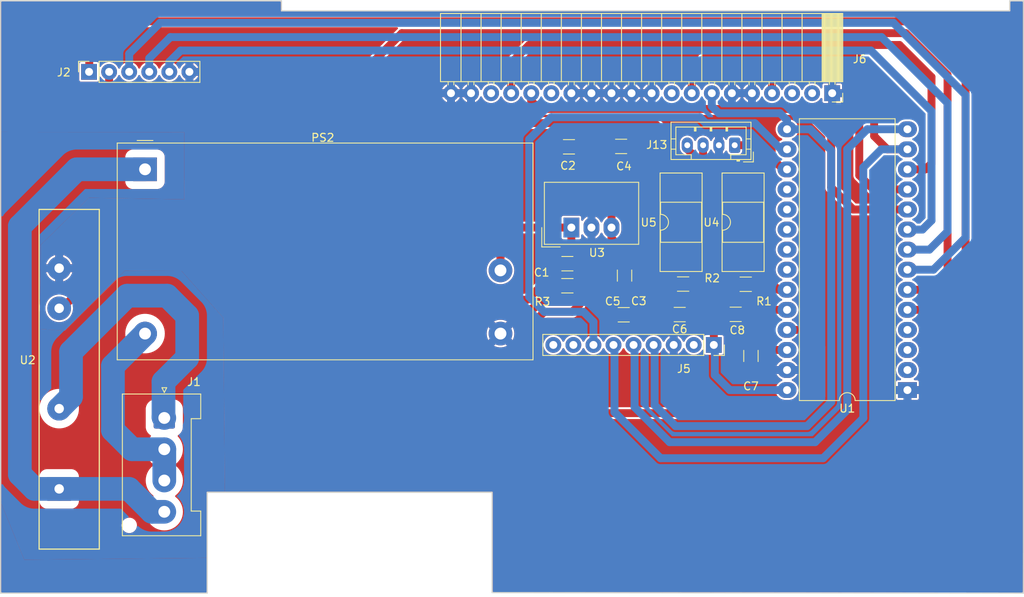
<source format=kicad_pcb>
(kicad_pcb (version 20221018) (generator pcbnew)

  (general
    (thickness 1.6)
  )

  (paper "A4")
  (layers
    (0 "F.Cu" signal)
    (31 "B.Cu" signal)
    (32 "B.Adhes" user "B.Adhesive")
    (33 "F.Adhes" user "F.Adhesive")
    (34 "B.Paste" user)
    (35 "F.Paste" user)
    (36 "B.SilkS" user "B.Silkscreen")
    (37 "F.SilkS" user "F.Silkscreen")
    (38 "B.Mask" user)
    (39 "F.Mask" user)
    (40 "Dwgs.User" user "User.Drawings")
    (41 "Cmts.User" user "User.Comments")
    (42 "Eco1.User" user "User.Eco1")
    (43 "Eco2.User" user "User.Eco2")
    (44 "Edge.Cuts" user)
    (45 "Margin" user)
    (46 "B.CrtYd" user "B.Courtyard")
    (47 "F.CrtYd" user "F.Courtyard")
    (48 "B.Fab" user)
    (49 "F.Fab" user)
  )

  (setup
    (stackup
      (layer "F.SilkS" (type "Top Silk Screen"))
      (layer "F.Paste" (type "Top Solder Paste"))
      (layer "F.Mask" (type "Top Solder Mask") (thickness 0.01))
      (layer "F.Cu" (type "copper") (thickness 0.035))
      (layer "dielectric 1" (type "core") (thickness 1.51) (material "FR4") (epsilon_r 4.5) (loss_tangent 0.02))
      (layer "B.Cu" (type "copper") (thickness 0.035))
      (layer "B.Mask" (type "Bottom Solder Mask") (thickness 0.01))
      (layer "B.Paste" (type "Bottom Solder Paste"))
      (layer "B.SilkS" (type "Bottom Silk Screen"))
      (copper_finish "None")
      (dielectric_constraints no)
    )
    (pad_to_mask_clearance 0.2)
    (pcbplotparams
      (layerselection 0x00031f0_ffffffff)
      (plot_on_all_layers_selection 0x0001000_00000000)
      (disableapertmacros false)
      (usegerberextensions false)
      (usegerberattributes true)
      (usegerberadvancedattributes true)
      (creategerberjobfile true)
      (dashed_line_dash_ratio 12.000000)
      (dashed_line_gap_ratio 3.000000)
      (svgprecision 6)
      (plotframeref false)
      (viasonmask false)
      (mode 1)
      (useauxorigin false)
      (hpglpennumber 1)
      (hpglpenspeed 20)
      (hpglpendiameter 3.000000)
      (dxfpolygonmode true)
      (dxfimperialunits true)
      (dxfusepcbnewfont true)
      (psnegative false)
      (psa4output false)
      (plotreference true)
      (plotvalue true)
      (plotinvisibletext false)
      (sketchpadsonfab false)
      (subtractmaskfromsilk false)
      (outputformat 1)
      (mirror false)
      (drillshape 0)
      (scaleselection 1)
      (outputdirectory "")
    )
  )

  (net 0 "")
  (net 1 "GND")
  (net 2 "+5V")
  (net 3 "Net-(J1-Pin_1)")
  (net 4 "Net-(J1-Pin_2)")
  (net 5 "Net-(J1-Pin_4)")
  (net 6 "Net-(J2-Pin_1)")
  (net 7 "Net-(J2-Pin_2)")
  (net 8 "Net-(J2-Pin_3)")
  (net 9 "Net-(J2-Pin_4)")
  (net 10 "Net-(J2-Pin_5)")
  (net 11 "unconnected-(J5-Pin_2-Pad2)")
  (net 12 "Net-(J5-Pin_4)")
  (net 13 "Net-(J5-Pin_5)")
  (net 14 "Net-(J5-Pin_6)")
  (net 15 "Net-(J5-Pin_7)")
  (net 16 "unconnected-(J5-Pin_8-Pad8)")
  (net 17 "unconnected-(J5-Pin_9-Pad9)")
  (net 18 "unconnected-(J6-Pin_2-Pad2)")
  (net 19 "unconnected-(J6-Pin_3-Pad3)")
  (net 20 "Net-(J6-Pin_4)")
  (net 21 "unconnected-(J6-Pin_9-Pad9)")
  (net 22 "unconnected-(J6-Pin_15-Pad15)")
  (net 23 "Net-(J6-Pin_16)")
  (net 24 "Net-(J6-Pin_17)")
  (net 25 "unconnected-(J6-Pin_18-Pad18)")
  (net 26 "unconnected-(U1-0_RX1_CRX2_CS1-Pad2)")
  (net 27 "unconnected-(U1-1_TX1_CTX2_MISO1-Pad3)")
  (net 28 "unconnected-(U1-2_OUT2-Pad4)")
  (net 29 "unconnected-(U1-16_A2_RX4_SCL1-Pad18)")
  (net 30 "unconnected-(U1-17_A3_TX4_SDA1-Pad19)")
  (net 31 "unconnected-(U1-18_A4_SDA0-Pad20)")
  (net 32 "unconnected-(U1-19_A5_SCL0-Pad21)")
  (net 33 "unconnected-(U1-20_A6_TX5_LRCLK1-Pad22)")
  (net 34 "Net-(U1-21_A7_RX5_BCLK1)")
  (net 35 "Net-(U1-3V3)")
  (net 36 "Net-(PS2-+Vo)")
  (net 37 "Net-(J13-Pin_1)")
  (net 38 "Net-(J13-Pin_3)")
  (net 39 "Net-(J13-Pin_4)")
  (net 40 "Net-(R1-Pad1)")
  (net 41 "Net-(R2-Pad1)")
  (net 42 "Net-(U1-23_A9_CRX1_MCLK1)")
  (net 43 "Net-(U1-22_A8_CTX1)")
  (net 44 "Net-(R3-Pad1)")

  (footprint "Capacitor_SMD:C_1206_3216Metric_Pad1.33x1.80mm_HandSolder" (layer "F.Cu") (at 78.8924 39.751))

  (footprint "Converter_ACDC:Converter_ACDC_MeanWell_IRM-20-xx_THT" (layer "F.Cu") (at 18.288 21.336))

  (footprint "Converter_DCDC:Converter_DCDC_TRACO_TSR-1_THT" (layer "F.Cu") (at 72.263 28.713))

  (footprint "Capacitor_SMD:C_1206_3216Metric_Pad1.33x1.80mm_HandSolder" (layer "F.Cu") (at 78.994 34.798 -90))

  (footprint "Package_SIP:SIP4_Sharp-SSR_P7.62mm_Straight" (layer "F.Cu") (at 7.4168 61.7982 90))

  (footprint "Package_DIP:DIP-4_W8.89mm_SMDSocket_LongPads" (layer "F.Cu") (at 86.1568 28.0416 90))

  (footprint "Package_DIP:DIP-28_W15.24mm_LongPads" (layer "F.Cu") (at 114.808 49.287 180))

  (footprint "Resistor_SMD:R_1206_3216Metric_Pad1.30x1.75mm_HandSolder" (layer "F.Cu") (at 71.755 36.079))

  (footprint "Capacitor_SMD:C_1206_3216Metric_Pad1.33x1.80mm_HandSolder" (layer "F.Cu") (at 78.5622 18.4404 180))

  (footprint "Connector_PinSocket_2.54mm:PinSocket_1x06_P2.54mm_Vertical" (layer "F.Cu") (at 11.2 9 90))

  (footprint "Capacitor_SMD:C_1206_3216Metric_Pad1.33x1.80mm_HandSolder" (layer "F.Cu") (at 94.996 44.969 -90))

  (footprint "Connector_PinSocket_2.54mm:PinSocket_1x20_P2.54mm_Horizontal" (layer "F.Cu") (at 105.283 11.7 -90))

  (footprint "Package_DIP:DIP-4_W8.89mm_SMDSocket_LongPads" (layer "F.Cu") (at 94.0054 28.0416 90))

  (footprint "Capacitor_SMD:C_1206_3216Metric_Pad1.33x1.80mm_HandSolder" (layer "F.Cu") (at 93.0656 39.7002 180))

  (footprint "Capacitor_SMD:C_1206_3216Metric_Pad1.33x1.80mm_HandSolder" (layer "F.Cu") (at 71.755 33.285 180))

  (footprint "Connector_JST:JST_VH_B4P-VH-FB-B_1x04_P3.96mm_Vertical" (layer "F.Cu") (at 20.7264 52.819 -90))

  (footprint "Capacitor_SMD:C_1206_3216Metric_Pad1.33x1.80mm_HandSolder" (layer "F.Cu") (at 85.979 39.7256 180))

  (footprint "Resistor_SMD:R_1206_3216Metric_Pad1.30x1.75mm_HandSolder" (layer "F.Cu") (at 86.4108 35.8648))

  (footprint "Capacitor_SMD:C_1206_3216Metric_Pad1.33x1.80mm_HandSolder" (layer "F.Cu") (at 71.9582 18.4912 180))

  (footprint "Connector_JST:JST_PH_B4B-PH-K_1x04_P2.00mm_Vertical" (layer "F.Cu") (at 92.9386 18.288 180))

  (footprint "Resistor_SMD:R_1206_3216Metric_Pad1.30x1.75mm_HandSolder" (layer "F.Cu") (at 94.3356 35.8902))

  (footprint "Connector_PinSocket_2.54mm:PinSocket_1x09_P2.54mm_Vertical" (layer "F.Cu") (at 90.297 43.572 -90))

  (gr_rect (start 68.037 41.54) (end 92.237 63.24)
    (stroke (width 0.1) (type default)) (fill none) (layer "Dwgs.User") (tstamp 0661b3e2-6003-4580-8e0f-3318ffd15f46))
  (gr_rect (start 26.196 48.022) (end 62.196 75.422)
    (stroke (width 0.1) (type solid)) (fill none) (layer "Dwgs.User") (tstamp 251d66d9-5e7f-4bf9-bede-a6492c7c4c72))
  (gr_rect (start 37.927 -0.047) (end 127.127 4.953)
    (stroke (width 0.1) (type default)) (fill none) (layer "Dwgs.User") (tstamp e3fe2ac3-22f6-4b7d-afd9-133b2d8aff6a))
  (gr_poly
    (pts
      (xy 0 0)
      (xy 35.56 0)
      (xy 35.56 1.27)
      (xy 127.762 1.27)
      (xy 127.762 0)
      (xy 129.5 0)
      (xy 129.5 75)
      (xy 62.23 74.93)
      (xy 62.23 62.23)
      (xy 26.162 62.23)
      (xy 26.162 75)
      (xy 0 75)
    )

    (stroke (width 0.15) (type solid)) (fill none) (layer "Edge.Cuts") (tstamp b3cd5686-e636-4aa4-8d81-91db20d933af))

  (segment (start 86.8172 37.7444) (end 83.3882 37.7444) (width 1) (layer "F.Cu") (net 2) (tstamp 033212fe-cdb9-4ddf-b496-3eac9c2c383c))
  (segment (start 74.4728 21.7424) (end 73.5207 20.7903) (width 1) (layer "F.Cu") (net 2) (tstamp 20eef3b9-f3fd-4d1b-899b-aaaf359e5ec0))
  (segment (start 87.5415 39.7256) (end 88.4682 39.7256) (width 1) (layer "F.Cu") (net 2) (tstamp 21fb4e00-cb99-4ad1-a50a-90b2b5c17d9d))
  (segment (start 81.6733 33.2355) (end 78.994 33.2355) (width 1) (layer "F.Cu") (net 2) (tstamp 4623b5df-c4af-4fc4-86ea-c9f777866380))
  (segment (start 80.1247 20.7895) (end 79.1718 21.7424) (width 1) (layer "F.Cu") (net 2) (tstamp 575c349b-e833-4dd8-95c4-8585b2dbfaad))
  (segment (start 77.343 28.713) (end 77.343 21.7424) (width 1) (layer "F.Cu") (net 2) (tstamp 5e3d55dd-4472-489f-9eb5-2a25cf38fce0))
  (segment (start 87.5415 38.4687) (end 86.8172 37.7444) (width 1) (layer "F.Cu") (net 2) (tstamp 5e6204c7-18f2-4f24-920f-8930d91965cc))
  (segment (start 87.5415 39.7256) (end 87.5415 38.4687) (width 1) (layer "F.Cu") (net 2) (tstamp 68d54a84-987b-42e9-b33a-5fc3252b41b0))
  (segment (start 90.297 41.5544) (end 90.297 43.572) (width 1) (layer "F.Cu") (net 2) (tstamp 7b2b5b98-7935-408d-bc73-7543c2098a95))
  (segment (start 78.994 31.7246) (end 78.994 33.2355) (width 1) (layer "F.Cu") (net 2) (tstamp 86c4b5b0-c250-46fa-be47-c34f281f1aca))
  (segment (start 77.343 30.0736) (end 78.994 31.7246) (width 1) (layer "F.Cu") (net 2) (tstamp 8755d8a2-819f-4bb5-82bf-30915f75d580))
  (segment (start 80.1247 18.4404) (end 80.1247 20.7895) (width 1) (layer "F.Cu") (net 2) (tstamp 91c7113b-96f6-4e40-a7c7-ba6b6842d128))
  (segment (start 88.4682 39.7256) (end 90.297 41.5544) (width 1) (layer "F.Cu") (net 2) (tstamp 92e8d027-3aa2-401b-be04-e90a5383c48b))
  (segment (start 82.3468 33.909) (end 81.6733 33.2355) (width 1) (layer "F.Cu") (net 2) (tstamp ab7b76b5-7767-4b68-b03c-4235608ed5e8))
  (segment (start 73.5207 20.7903) (end 73.5207 18.4912) (width 1) (layer "F.Cu") (net 2) (tstamp d006d82b-84a9-4895-a27b-90d196469c62))
  (segment (start 79.1718 21.7424) (end 77.343 21.7424) (width 1) (layer "F.Cu") (net 2) (tstamp d23ac131-e7dc-47ce-b3b5-8a0558871d2e))
  (segment (start 77.343 28.713) (end 77.343 30.0736) (width 1) (layer "F.Cu") (net 2) (tstamp dfd934f4-4b7a-467f-9e0e-41345a332ca5))
  (segment (start 77.343 21.7424) (end 74.4728 21.7424) (width 1) (layer "F.Cu") (net 2) (tstamp e391e34a-48ec-446b-a551-1727bf3d6457))
  (segment (start 83.3882 37.7444) (end 82.3468 36.703) (width 1) (layer "F.Cu") (net 2) (tstamp f4d573d0-477b-45e9-82be-a4b6897a8423))
  (segment (start 82.3468 36.703) (end 82.3468 33.909) (width 1) (layer "F.Cu") (net 2) (tstamp fb6f4e63-5fa5-4096-b7aa-f773d9d2b075))
  (segment (start 90.424 43.699) (end 90.424 47.382) (width 1) (layer "B.Cu") (net 2) (tstamp 4fab1a30-6d79-4663-adab-f5de7852eb97))
  (segment (start 90.424 47.382) (end 92.329 49.287) (width 1) (layer "B.Cu") (net 2) (tstamp 5aa00af3-ab38-41e1-bda7-6a3423aa8692))
  (segment (start 92.329 49.287) (end 99.568 49.287) (width 1) (layer "B.Cu") (net 2) (tstamp 968df4db-1eba-4355-999c-8c4a4de19b21))
  (segment (start 90.297 43.572) (end 90.424 43.699) (width 1) (layer "B.Cu") (net 2) (tstamp c6aaa81b-a881-4d3a-a109-d71c59fa45f5))
  (segment (start 8.9154 50.1396) (end 8.9154 44.45) (width 3) (layer "B.Cu") (net 3) (tstamp 2fda7d71-d782-46bf-ba7b-a3e32062dd94))
  (segment (start 21.082 37.338) (end 23.622 39.878) (width 3) (layer "B.Cu") (net 3) (tstamp 434a0bd5-cbfd-45b4-9855-21006dcfe9da))
  (segment (start 7.4168 51.6382) (end 8.9154 50.1396) (width 3) (layer "B.Cu") (net 3) (tstamp 56315125-46e9-42ce-a94c-07839ff3a2df))
  (segment (start 23.622 39.878) (end 23.622 45.223) (width 3) (layer "B.Cu") (net 3) (tstamp 622b9925-9918-47cd-917a-e9c13cd1675e))
  (segment (start 8.9154 44.45) (end 16.0274 37.338) (width 3) (layer "B.Cu") (net 3) (tstamp 652cc91b-a0e9-4725-8539-5a1af13ad171))
  (segment (start 23.622 45.223) (end 20.6248 48.2202) (width 3) (layer "B.Cu") (net 3) (tstamp bc6ceec8-2b75-4fec-9d8e-4e67a6fc1e1a))
  (segment (start 20.6248 48.2202) (end 20.6248 52.7174) (width 3) (layer "B.Cu") (net 3) (tstamp cefa6a2d-677c-408d-927f-d6943d6b4ebb))
  (segment (start 20.6248 52.7174) (end 20.7264 52.819) (width 3) (layer "B.Cu") (net 3) (tstamp e217c09b-7fe7-400a-b452-bed1fe6a1162))
  (segment (start 16.0274 37.338) (end 21.082 37.338) (width 3) (layer "B.Cu") (net 3) (tstamp f979fa3f-a7d0-48f1-a4f1-f25519b688a8))
  (segment (start 14.224 46.228) (end 18.288 42.164) (width 3) (layer "B.Cu") (net 4) (tstamp 079e30bf-c174-4b90-ab12-a22c9a890225))
  (segment (start 20.7264 56.779) (end 16.636 56.779) (width 3) (layer "B.Cu") (net 4) (tstamp 1c73d3da-77bf-4bb3-8d1b-2fbe7aec5c5e))
  (segment (start 20.7264 56.779) (end 20.7264 60.739) (width 3) (layer "B.Cu") (net 4) (tstamp 3a780e37-0580-4e1e-a481-0ab8f484c215))
  (segment (start 16.636 56.779) (end 14.224 54.367) (width 3) (layer "B.Cu") (net 4) (tstamp 4abae15d-a88a-473c-a6c0-2db9e4b8d794))
  (segment (start 14.224 54.367) (end 14.224 46.228) (width 3) (layer "B.Cu") (net 4) (tstamp 7c415b0a-8dde-4df4-92a8-6dea33db1cc7))
  (segment (start 18.288 42.164) (end 18.288 42.136) (width 3) (layer "B.Cu") (net 4) (tstamp bb1be86d-bf6d-4296-a291-53ac3454ec3c))
  (segment (start 18.288 21.336) (end 9.652 21.336) (width 3) (layer "B.Cu") (net 5) (tstamp 26399cef-2b64-4caa-a9c3-e6cc6fd6f6ad))
  (segment (start 2.4384 59.944) (end 4.2926 61.7982) (width 3) (layer "B.Cu") (net 5) (tstamp 47c214b0-09ba-4ef9-ab06-4420247a5fa1))
  (segment (start 20.7264 64.699) (end 19.1568 64.699) (width 3) (layer "B.Cu") (net 5) (tstamp 6208daab-7499-47d7-87d9-093361bdf3ce))
  (segment (start 2.4384 28.5496) (end 2.4384 59.944) (width 3) (layer "B.Cu") (net 5) (tstamp 8a373bd5-0cfb-489f-ac75-032cc24e7f6b))
  (segment (start 9.652 21.336) (end 2.4384 28.5496) (width 3) (layer "B.Cu") (net 5) (tstamp 8ced0fb1-dad4-487c-a957-f9d0e0b05d97))
  (segment (start 4.2926 61.7982) (end 7.4168 61.7982) (width 3) (layer "B.Cu") (net 5) (tstamp 9371f00a-51a9-4f5d-94f3-acaedd856881))
  (segment (start 19.1568 64.699) (end 16.256 61.7982) (width 3) (layer "B.Cu") (net 5) (tstamp ce5a97d2-22e7-459b-a4c9-68b3944aaaf2))
  (segment (start 16.256 61.7982) (end 7.4168 61.7982) (width 3) (layer "B.Cu") (net 5) (tstamp db98d76a-4f8d-41ba-9c72-16fe5d1081d2))
  (segment (start 14.4688 2.6) (end 11.2268 5.842) (width 1) (layer "F.Cu") (net 6) (tstamp 0c0c1fb2-d277-497c-b2ce-e28a74daddb0))
  (segment (start 119.623 39.127) (end 122.174 36.576) (width 1) (layer "F.Cu") (net 6) (tstamp 23870950-0c96-4696-b87e-320b2c0f9232))
  (segment (start 115.4 2.6) (end 14.4688 2.6) (width 1) (layer "F.Cu") (net 6) (tstamp 56b1b053-8fa6-4251-a883-567a12eb3589))
  (segment (start 122.174 9.374) (end 115.4 2.6) (width 1) (layer "F.Cu") (net 6) (tstamp 7a3d6f3e-389d-4f85-b89e-0fd425dc82d8))
  (segment (start 114.808 39.127) (end 119.623 39.127) (width 1) (layer "F.Cu") (net 6) (tstamp 83620782-e641-490d-995c-fb9307be52a6))
  (segment (start 11.2268 5.842) (end 11.2268 8.9732) (width 1) (layer "F.Cu") (net 6) (tstamp a1834585-b463-40b5-9dfd-71f4fa59d333))
  (segment (start 122.174 36.576) (end 122.174 9.374) (width 1) (layer "F.Cu") (net 6) (tstamp d451064c-980e-41ed-b216-40af9986c84e))
  (segment (start 11.2268 8.9732) (end 11.2 9) (width 1) (layer "F.Cu") (net 6) (tstamp e8747ffe-aacc-4973-b898-4b1cce5c2596))
  (segment (start 114.6 4.1) (end 50.8 4.1) (width 1) (layer "F.Cu") (net 7) (tstamp 02c88984-5857-4dca-a5aa-25d4f14d10b6))
  (segment (start 15.3 13.1) (end 13.74 11.54) (width 1) (layer "F.Cu") (net 7) (tstamp 337183c6-b3a1-4c8c-b28d-59575c9797c4))
  (segment (start 13.74 11.54) (end 13.74 9) (width 1) (layer "F.Cu") (net 7) (tstamp 6e87f8b9-10ba-48b1-96d5-b8786e5c6d0c))
  (segment (start 118.353 36.587) (end 119.888 35.052) (width 1) (layer "F.Cu") (net 7) (tstamp 8c006a88-962f-467d-a52c-14adaead0544))
  (segment (start 119.888 35.052) (end 119.888 9.388) (width 1) (layer "F.Cu") (net 7) (tstamp 8dd731f0-79da-45a2-9c94-deab7f8797c0))
  (segment (start 41.8 13.1) (end 15.3 13.1) (width 1) (layer "F.Cu") (net 7) (tstamp a6f13649-bd19-4d7f-bbad-f713abeb807e))
  (segment (start 119.888 9.388) (end 114.6 4.1) (width 1) (layer "F.Cu") (net 7) (tstamp badcc014-8650-4420-83d7-8f59c2ef5a30))
  (segment (start 114.808 36.587) (end 118.353 36.587) (width 1) (layer "F.Cu") (net 7) (tstamp c3746f98-7762-4a5a-a189-a9b3f8d6044b))
  (segment (start 50.8 4.1) (end 41.8 13.1) (width 1) (layer "F.Cu") (net 7) (tstamp cbc5f990-b168-4d2d-b0a7-b9ec1dadb0ac))
  (segment (start 122.174 11.938) (end 113.036 2.8) (width 1) (layer "B.Cu") (net 8) (tstamp 41e0ea33-526e-46b3-aa15-fd7dfb369390))
  (segment (start 118.099 34.047) (end 122.174 29.972) (width 1) (layer "B.Cu") (net 8) (tstamp 61ba719b-1eeb-4949-aed9-e6d9eb652820))
  (segment (start 16.28 6.707) (end 16.28 9) (width 1) (layer "B.Cu") (net 8) (tstamp 8debf3f2-9e4a-4d94-8066-09c089ec37b3))
  (segment (start 20.187 2.8) (end 16.28 6.707) (width 1) (layer "B.Cu") (net 8) (tstamp 8df7a952-077a-4d3c-b472-145b60e72315))
  (segment (start 122.174 29.972) (end 122.174 11.938) (width 1) (layer "B.Cu") (net 8) (tstamp a39540e3-ff01-46fb-9aac-2d25d6962dde))
  (segment (start 113.036 2.8) (end 20.187 2.8) (width 1) (layer "B.Cu") (net 8) (tstamp d957e34c-35fc-4dea-b1a4-715eef1e82e2))
  (segment (start 114.808 34.047) (end 118.099 34.047) (width 1) (layer "B.Cu") (net 8) (tstamp eadb3fd2-7a25-4ebc-bced-814814b74e98))
  (segment (start 119.888 12.954) (end 111.534 4.6) (width 1) (layer "B.Cu") (net 9) (tstamp a78df1af-5bd3-4362-921d-cb615b58e3ea))
  (segment (start 117.591 31.507) (end 119.888 29.21) (width 1) (layer "B.Cu") (net 9) (tstamp b340848b-7a20-464a-a9b9-fe91fc3450a5))
  (segment (start 114.808 31.507) (end 117.591 31.507) (width 1) (layer "B.Cu") (net 9) (tstamp c37063a4-7264-4e3b-8deb-fc1e6ccc17b0))
  (segment (start 111.534 4.6) (end 21.5 4.6) (width 1) (layer "B.Cu") (net 9) (tstamp cd80cbfe-f6c4-42e7-844d-89aa827b8688))
  (segment (start 18.82 7.28) (end 18.82 9) (width 1) (layer "B.Cu") (net 9) (tstamp ce72fc43-7836-4f91-aefe-8f3359cb044d))
  (segment (start 21.5 4.6) (end 18.82 7.28) (width 1) (layer "B.Cu") (net 9) (tstamp e4cfb76a-28f2-4a2b-842c-1b8096d24c65))
  (segment (start 119.888 29.21) (end 119.888 12.954) (width 1) (layer "B.Cu") (net 9) (tstamp fecccf26-26c5-46bc-92ed-c717471c4d83))
  (segment (start 114.808 28.967) (end 116.7075 28.967) (width 1) (layer "B.Cu") (net 10) (tstamp 0097bdc4-0f80-4f23-9442-66de9c8d8f5c))
  (segment (start 22.8 6.3) (end 21.36 7.74) (width 1) (layer "B.Cu") (net 10) (tstamp 15d44e1a-76d3-446a-bb6e-e8d2a10d744d))
  (segment (start 116.7075 28.967) (end 117.856 27.8185) (width 1) (layer "B.Cu") (net 10) (tstamp 42b4ced0-a2d1-474f-bbc7-dc1efb3c4b60))
  (segment (start 110.186 6.3) (end 22.8 6.3) (width 1) (layer "B.Cu") (net 10) (tstamp 48411403-94af-4a80-8eaf-993bffe7be8c))
  (segment (start 117.856 13.97) (end 110.186 6.3) (width 1) (layer "B.Cu") (net 10) (tstamp b800607f-5b18-4f38-977b-fb2e63a1eb34))
  (segment (start 21.36 7.74) (end 21.36 9) (width 1) (layer "B.Cu") (net 10) (tstamp d7e45a0c-2f86-4669-87c4-bf1d76ba43a5))
  (segment (start 117.856 27.8185) (end 117.856 13.97) (width 1) (layer "B.Cu") (net 10) (tstamp fc4082d5-0b7e-4a73-a5f4-ab5d9cae1fd4))
  (segment (start 102.108 53.848) (end 105.156 50.8) (width 1) (layer "B.Cu") (net 12) (tstamp 1a5a9941-9ec9-453b-be92-917d9576f5e1))
  (segment (start 85.46 53.848) (end 102.108 53.848) (width 1) (layer "B.Cu") (net 12) (tstamp 1daded9d-10ab-4a21-8a50-b45c2f3d85a1))
  (segment (start 82.677 43.572) (end 82.804 43.699) (width 1) (layer "B.Cu") (net 12) (tstamp 1e9c8450-81d8-4596-b4d5-7511d6a5ec4d))
  (segment (start 82.804 51.192) (end 85.46 53.848) (width 1) (layer "B.Cu") (net 12) (tstamp 2e54b654-d4f6-4ee9-889d-3cb65ba4f10a))
  (segment (start 90.043 13.346) (end 90.932 14.235) (width 1) (layer "B.Cu") (net 12) (tstamp 62a8edb8-9fcf-4703-8f56-ee0ef69a3d15))
  (segment (start 90.932 14.235) (end 98.679 14.235) (width 1) (layer "B.Cu") (net 12) (tstamp 66a6242f-f5b5-44ab-bee3-17f22126512b))
  (segment (start 105.156 50.8) (end 105.156 18.934) (width 1) (layer "B.Cu") (net 12) (tstamp 95757473-c1ed-4868-be73-5117b42091fe))
  (segment (start 99.568 15.124) (end 99.568 16.267) (width 1) (layer "B.Cu") (net 12) (tstamp b283d4fc-4915-4dd2-9710-513fed4713e6))
  (segment (start 82.804 43.699) (end 82.804 51.192) (width 1) (layer "B.Cu") (net 12) (tstamp b5593453-897f-4af4-bac0-42cf76c88816))
  (segment (start 98.679 14.235) (end 99.568 15.124) (width 1) (layer "B.Cu") (net 12) (tstamp ba8e5fc6-0108-4f27-a4db-bbea484f84c2))
  (segment (start 105.156 18.934) (end 102.489 16.267) (width 1) (layer "B.Cu") (net 12) (tstamp d6112b91-9880-44ce-85a3-fc40ad7b25f4))
  (segment (start 90.043 11.7) (end 90.043 13.346) (width 1) (layer "B.Cu") (net 12) (tstamp e3f936a0-4418-4ffc-978d-63de3b76bd3b))
  (segment (start 102.489 16.267) (end 99.568 16.267) (width 1) (layer "B.Cu") (net 12) (tstamp eb606bed-f2e3-4165-be42-8c9fe5a6648d))
  (segment (start 80.264 43.699) (end 80.264 51.446) (width 1) (layer "B.Cu") (net 13) (tstamp 252d68b5-481f-4c1c-9edb-516ead2318d7))
  (segment (start 107.188 51.816) (end 107.188 18.807) (width 1) (layer "B.Cu") (net 13) (tstamp 57f40b41-804a-4865-8f20-845767356a28))
  (segment (start 84.698 55.88) (end 103.124 55.88) (width 1) (layer "B.Cu") (net 13) (tstamp 874c5dc3-5014-4409-8025-4970bbf6df4d))
  (segment (start 80.264 51.446) (end 84.698 55.88) (width 1) (layer "B.Cu") (net 13) (tstamp 89ae7e4d-72a5-4207-bb22-6341f0b6c2a9))
  (segment (start 103.124 55.88) (end 107.188 51.816) (width 1) (layer "B.Cu") (net 13) (tstamp b8fefc45-c275-4b56-a960-15227212ad5e))
  (segment (start 109.728 16.267) (end 114.808 16.267) (width 1) (layer "B.Cu") (net 13) (tstamp bcfa8d73-51f3-47d2-9bc8-20a8b96c5736))
  (segment (start 80.137 43.572) (end 80.264 43.699) (width 1) (layer "B.Cu") (net 13) (tstamp daf40f5d-7d56-4f76-a496-ec50888450f9))
  (segment (start 107.188 18.807) (end 109.728 16.267) (width 1) (layer "B.Cu") (net 13) (tstamp fe6463b2-2dca-40c8-8ba6-091cd3d88643))
  (segment (start 110.597 17.136) (end 112.268 18.807) (width 1) (layer "F.Cu") (net 14) (tstamp 17742140-09b9-481f-99e8-a4d0b9e51079))
  (segment (start 108.55 7.2) (end 110.597 9.247) (width 1) (layer "F.Cu") (net 14) (tstamp 84fbaddb-a62a-4779-9cf1-0879d3d57cda))
  (segment (start 89.2 7.2) (end 108.55 7.2) (width 1) (layer "F.Cu") (net 14) (tstamp c69e7773-988f-45a4-8e39-acab026304b1))
  (segment (start 112.268 18.807) (end 114.808 18.807) (width 1) (layer "F.Cu") (net 14) (tstamp e53b6973-63d1-41c6-b2dd-128c91d4bc87))
  (segment (start 87.503 11.7) (end 87.503 8.897) (width 1) (layer "F.Cu") (net 14) (tstamp f1171556-8cb2-4883-9703-401b0f4a9a98))
  (segment (start 110.597 9.247) (end 110.597 17.136) (width 1) (layer "F.Cu") (net 14) (tstamp f6e7f595-eb6a-4de1-8c73-e4e25cae2cb5))
  (segment (start 87.503 8.897) (end 89.2 7.2) (width 1) (layer "F.Cu") (net 14) (tstamp fdd4b44d-514e-4958-bea9-f2adebc6004e))
  (segment (start 77.724 43.699) (end 77.724 52.081) (width 1) (layer "B.Cu") (net 14) (tstamp 0129fcdb-8b4a-4408-9a84-23cacfca94ef))
  (segment (start 111.506 18.807) (end 114.808 18.807) (width 1) (layer "B.Cu") (net 14) (tstamp 164647d2-504a-4b26-8cc0-3a8ba92c923f))
  (segment (start 109.22 52.832) (end 109.22 21.093) (width 1) (layer "B.Cu") (net 14) (tstamp 1b3fe904-d49e-469c-8758-5cb17c73c1db))
  (segment (start 83.555 57.912) (end 104.14 57.912) (width 1) (layer "B.Cu") (net 14) (tstamp 2bdbd8ae-60df-47ff-bb69-93f84b201e00))
  (segment (start 104.14 57.912) (end 109.22 52.832) (width 1) (layer "B.Cu") (net 14) (tstamp 893a24b4-75ef-4deb-bc2e-5fb32bc807da))
  (segment (start 109.22 21.093) (end 111.506 18.807) (width 1) (layer "B.Cu") (net 14) (tstamp 8a286c03-5ba9-4154-bba9-cca90e70dc38))
  (segment (start 77.597 43.572) (end 77.724 43.699) (width 1) (layer "B.Cu") (net 14) (tstamp a4b17bf5-fd19-411c-9808-c92956790af4))
  (segment (start 77.724 52.081) (end 83.555 57.912) (width 1) (layer "B.Cu") (net 14) (tstamp af3800a8-8572-41d1-80df-32be1f1f6955))
  (segment (start 89.281 15.505) (end 95.504 15.505) (width 1) (layer "B.Cu") (net 15) (tstamp 0ba134bf-1c2d-4485-9d90-868a760992c3))
  (segment (start 73.787 39.381) (end 68.834 39.381) (width 1) (layer "B.Cu") (net 15) (tstamp 1842e4fb-392a-47c5-84b2-2a36383a4d39))
  (segment (start 98.806 18.807) (end 99.568 18.807) (width 1) (layer "B.Cu") (net 15) (tstamp 486704e1-af31-4d81-a8f5-5c2bd8a5a98d))
  (segment (start 75.057 43.572) (end 75.057 40.651) (width 1) (layer "B.Cu") (net 15) (tstamp 61d48d33-5bc2-4ef7-b12c-8de399ab9917))
  (segment (start 69.723 14.743) (end 88.519 14.743) (width 1) (layer "B.Cu") (net 15) (tstamp 6e3495f6-10e6-496c-98b9-c9f2240dada1))
  (segment (start 66.929 17.537) (end 69.723 14.743) (width 1) (layer "B.Cu") (net 15) (tstamp aaae4012-3e6e-44bc-a5ae-11f5fffb58fa))
  (segment (start 68.834 39.381) (end 66.929 37.476) (width 1) (layer "B.Cu") (net 15) (tstamp aac5523b-2fbf-47fe-afd9-0d0af34a0940))
  (segment (start 95.504 15.505) (end 98.806 18.807) (width 1) (layer "B.Cu") (net 15) (tstamp dd843018-1c35-4a39-bbe4-fee644012268))
  (segment (start 66.929 37.476) (end 66.929 17.537) (width 1) (layer "B.Cu") (net 15) (tstamp e97e35ff-3874-4547-9c09-b67c5c2336b8))
  (segment (start 88.519 14.743) (end 89.281 15.505) (width 1) (layer "B.Cu") (net 15) (tstamp f958809a-04ba-480d-ba81-af335ea58ef0))
  (segment (start 75.057 40.651) (end 73.787 39.381) (width 1) (layer "B.Cu") (net 15) (tstamp fcfb3ff2-fd39-41f3-9df3-97ff87343086))
  (segment (start 97.663 9.437) (end 97.663 11.7) (width 1) (layer "F.Cu") (net 20) (tstamp 0564335d-c371-4516-a52c-4f01cc8f320c))
  (segment (start 107.1 8.7) (end 98.4 8.7) (width 1) (layer "F.Cu") (net 20) (tstamp 06ed5c55-787d-43bf-8c12-75847782dd60))
  (segment (start 98.4 8.7) (end 97.663 9.437) (width 1) (layer "F.Cu") (net 20) (tstamp 3bb8862a-4fda-4ea9-a93c-fed1ec7bdf63))
  (segment (start 114.808 23.887) (end 110.501 23.887) (width 1) (layer "F.Cu") (net 20) (tstamp 5a8bfb41-9e8f-49ca-b51b-db1b62da1cf3))
  (segment (start 108.712 10.312) (end 107.1 8.7) (width 1) (layer "F.Cu") (net 20) (tstamp 993a63e6-28dc-4aa2-a1bd-f9f7967387b0))
  (segment (start 108.712 22.098) (end 108.712 10.312) (width 1) (layer "F.Cu") (net 20) (tstamp ef60c719-53a2-409b-9eb4-f3a862d4ef72))
  (segment (start 110.501 23.887) (end 108.712 22.098) (width 1) (layer "F.Cu") (net 20) (tstamp f671332d-241d-43e7-a4e0-9d1ae0d023e0))
  (segment (start 67.183 11.7) (end 67.183 12.683) (width 1) (layer "F.Cu") (net 23) (tstamp 409e5fdf-5ed5-4d01-9902-c19c48dc4b61))
  (segment (start 105.156 16.902) (end 105.156 23.633) (width 1) (layer "F.Cu") (net 23) (tstamp 690c2abd-7fa3-4632-855a-e9d68e2dad45))
  (segment (start 105.156 23.633) (end 107.95 26.427) (width 1) (layer "F.Cu") (net 23) (tstamp 93311ad7-a713-4c13-afec-b474d97bf9fe))
  (segment (start 107.95 26.427) (end 114.808 26.427) (width 1) (layer "F.Cu") (net 23) (tstamp b1a270a7-4f09-4f69-8b5e-4183be995186))
  (segment (start 68.2 13.7) (end 101.954 13.7) (width 1) (layer "F.Cu") (net 23) (tstamp b2eb5e76-fc85-4c41-a688-fe7e3ce82b3e))
  (segment (start 67.183 12.683) (end 68.2 13.7) (width 1) (layer "F.Cu") (net 23) (tstamp de99c74c-7c78-4718-a146-afa2357df81e))
  (segment (start 101.954 13.7) (end 105.156 16.902) (width 1) (layer "F.Cu") (net 23) (tstamp ec458545-ca40-410c-ad44-f2b08f817762))
  (segment (start 64.643 11.7) (end 64.643 7.857) (width 1) (layer "F.Cu") (net 24) (tstamp 0e51dc96-ef5e-4aa8-906b-0bd75ab9fb98))
  (segment (start 66.9 5.6) (end 113.8 5.6) (width 1) (layer "F.Cu") (net 24) (tstamp 31032013-b3db-4bbc-84f9-8432e618eebd))
  (segment (start 64.643 7.857) (end 66.9 5.6) (width 1) (layer "F.Cu") (net 24) (tstamp 6ba5791a-1348-4015-8438-1f641c4d8fa1))
  (segment (start 117.856 20.574) (end 117.083 21.347) (width 1) (layer "F.Cu") (net 24) (tstamp 7e3d82c0-527b-45c7-9bc2-43fd64af587a))
  (segment (start 117.083 21.347) (end 114.808 21.347) (width 1) (layer "F.Cu") (net 24) (tstamp 98d48646-a327-4a59-9622-ccbac5cbbb8b))
  (segment (start 113.8 5.6) (end 117.856 9.656) (width 1) (layer "F.Cu") (net 24) (tstamp 9aa53ac6-5b94-4a79-8a16-c32ce29cfe82))
  (segment (start 117.856 9.656) (end 117.856 20.574) (width 1) (layer "F.Cu") (net 24) (tstamp db56d83a-e36b-411e-a08d-40a2459d2f8b))
  (segment (start 97.7646 35.8902) (end 98.4614 36.587) (width 1) (layer "F.Cu") (net 34) (tstamp 05b40bc1-49fc-4f16-9f8c-c75bc8e94337))
  (segment (start 95.8856 35.8902) (end 97.7646 35.8902) (width 1) (layer "F.Cu") (net 34) (tstamp 0a3c017f-3cbc-443c-88dd-30e281e6b0b2))
  (segment (start 98.4614 36.587) (end 99.568 36.587) (width 1) (layer "F.Cu") (net 34) (tstamp aa406b6e-5601-4d0d-9999-8d83a40712ea))
  (segment (start 94.996 43.4065) (end 94.7674 43.1779) (width 1) (layer "F.Cu") (net 35) (tstamp 2343e016-7b10-4b0b-8eba-04db008f7d93))
  (segment (start 97.155 43.318) (end 98.044 44.207) (width 1) (layer "F.Cu") (net 35) (tstamp 3b5c3cf1-f5d9-4af3-8a0e-6ddca1472638))
  (segment (start 94.7674 43.1779) (end 94.7674 39.8395) (width 1) (layer "F.Cu") (net 35) (tstamp 802f576f-f3ef-4a90-b9bb-e14790750d6b))
  (segment (start 95.0845 43.318) (end 97.155 43.318) (width 1) (layer "F.Cu") (net 35) (tstamp 9d065f61-e206-4e97-9d71-f549e0bb880c))
  (segment (start 94.7674 39.8395) (end 94.6281 39.7002) (width 1) (layer "F.Cu") (net 35) (tstamp d5cc6716-88d3-4e8c-a67a-c630bca1f71e))
  (segment (start 94.996 43.4065) (end 95.0845 43.318) (width 1) (layer "F.Cu") (net 35) (tstamp e1bf87fe-802a-4060-8712-1e3e8e15d65c))
  (segment (start 98.044 44.207) (end 99.568 44.207) (width 1) (layer "F.Cu") (net 35) (tstamp ebcf3dbe-b535-4191-ad49-b5eb57579599))
  (segment (start 66.811 15.485) (end 82.795 15.485) (width 1) (layer "F.Cu") (net 36) (tstamp 09f98d89-588a-456e-b2cc-da04c20a80cc))
  (segment (start 84.201 18.2372) (end 84.8868 18.923) (width 1) (layer "F.Cu") (net 36) (tstamp 0cd0b59b-c067-45be-ad91-7a1dd6a33576))
  (segment (start 84.201 16.891) (end 84.201 18.2372) (width 1) (layer "F.Cu") (net 36) (tstamp 23222f85-bba7-4a30-b128-66e7256eab2d))
  (segment (start 91.3638 27.0256) (end 92.7354 25.654) (width 1) (layer "F.Cu") (net 36) (tstamp 2dc132a8-6129-408d-b55c-9c73c94d0790))
  (segment (start 75.0172 33.285) (end 75.7682 34.036) (width 1) (layer "F.Cu") (net 36) (tstamp 40676a64-5bff-4fa7-8d92-b07f8b362ce9))
  (segment (start 75.7682 34.036) (end 75.7682 39.1668) (width 1) (layer "F.Cu") (net 36) (tstamp 41dda7a5-4cec-4696-be8b-1bdb2129415d))
  (segment (start 63.288 28.713) (end 63.288 34.136) (width 1) (layer "F.Cu") (net 36) (tstamp 53047c42-e26d-4b26-8485-fee3cb1250e5))
  (segment (start 63.288 34.136) (end 63.288 19.008) (width 1) (layer "F.Cu") (net 36) (tstamp 60ff5188-f42e-45ff-8c9e-c447d1a567a1))
  (segment (start 84.8868 25.6794) (end 86.233 27.0256) (width 1) (layer "F.Cu") (net 36) (tstamp 6321c6ad-b10d-42d1-b228-6734f6d0925e))
  (segment (start 86.233 27.0256) (end 91.3638 27.0256) (width 1) (layer "F.Cu") (net 36) (tstamp 644229fa-383b-458b-8f63-a3584ed00e3b))
  (segment (start 73.3175 33.285) (end 75.0172 33.285) (width 1) (layer "F.Cu") (net 36) (tstamp 79d45272-d72c-4878-b207-ea5095319cf7))
  (segment (start 75.7682 39.1668) (end 76.3524 39.751) (width 1) (layer "F.Cu") (net 36) (tstamp 8fbe4c1a-04a5-49f4-a7bd-33dd3d24f63b))
  (segment (start 92.7354 25.654) (end 92.7354 23.5966) (width 1) (layer "F.Cu") (net 36) (tstamp 961fbcca-4ec8-480b-ba17-52ca07e33f1a))
  (segment (start 84.8868 23.5966) (end 84.8868 25.6794) (width 1) (layer "F.Cu") (net 36) (tstamp 9e084af7-2cdb-4049-9b65-2d291909cf20))
  (segment (start 73.3175 31.6725) (end 73.3175 33.285) (width 1) (layer "F.Cu") (net 36) (tstamp a75e973f-4db1-48dc-8571-b9078482e546))
  (segment (start 72.263 30.618) (end 73.3175 31.6725) (width 1) (layer "F.Cu") (net 36) (tstamp a9c60086-9254-4e2c-b58a-ade38f86ece0))
  (segment (start 72.263 28.713) (end 63.288 28.713) (width 1) (layer "F.Cu") (net 36) (tstamp bfa20821-5844-423b-8f2d-dbad776306b6))
  (segment (start 82.795 15.485) (end 84.201 16.891) (width 1) (layer "F.Cu") (net 36) (tstamp d053bc82-265c-49e9-ba1a-26b8b423b290))
  (segment (start 72.263 28.713) (end 72.263 30.618) (width 1) (layer "F.Cu") (net 36) (tstamp d0f2e7b7-5be6-40b8-984d-b0c69099d0e3))
  (segment (start 63.288 19.008) (end 66.811 15.485) (width 1) (layer "F.Cu") (net 36) (tstamp dfbfad7d-d85f-4a09-b7b7-ba997be30d87))
  (segment (start 76.3524 39.751) (end 77.3299 39.751) (width 1) (layer "F.Cu") (net 36) (tstamp f358eae6-217a-46f8-afc5-79528a5b219c))
  (segment (start 84.8868 18.923) (end 84.8868 23.5966) (width 1) (layer "F.Cu") (net 36) (tstamp fd291b8e-a1d8-441b-84db-0e741b3d6eaf))
  (segment (start 99.071 21.347) (end 96.012 18.288) (width 1) (layer "F.Cu") (net 37) (tstamp 02ef12dd-f987-4292-8a9b-1986ffe5b117))
  (segment (start 96.012 18.288) (end 92.9386 18.288) (width 1) (layer "F.Cu") (net 37) (tstamp 24591bf0-e6ed-4253-9456-e7dc99b2b72f))
  (segment (start 99.568 21.347) (end 99.071 21.347) (width 1) (layer "F.Cu") (net 37) (tstamp 4e886431-4dce-415d-878f-440b46269a22))
  (segment (start 88.9386 20.3332) (end 89.6366 21.0312) (width 1) (layer "F.Cu") (net 38) (tstamp 1308a2fe-f94c-4667-9c95-b3abaf75b1b6))
  (segment (start 95.2754 21.6408) (end 95.2754 23.5966) (width 1) (layer "F.Cu") (net 38) (tstamp 90f9b04c-e2d5-47a2-bd78-8ece6dcdc368))
  (segment (start 94.6658 21.0312) (end 95.2754 21.6408) (width 1) (layer "F.Cu") (net 38) (tstamp aac13976-f74a-400f-9224-efaeb1d03087))
  (segment (start 89.6366 21.0312) (end 94.6658 21.0312) (width 1) (layer "F.Cu") (net 38) (tstamp d880c983-fee8-4e97-abca-7aea18c7c778))
  (segment (start 88.9386 18.288) (end 88.9386 20.3332) (width 1) (layer "F.Cu") (net 38) (tstamp fabdc782-ff97-485d-acc5-456fe12ae46d))
  (segment (start 86.9386 18.7904) (end 87.4268 19.2786) (width 1) (layer "F.Cu") (net 39) (tstamp cd2728cb-095b-4e08-ac0f-96807646ef50))
  (segment (start 86.9386 18.288) (end 86.9386 18.7904) (width 1) (layer "F.Cu") (net 39) (tstamp d63e5317-1888-46d2-87a8-4367d35c56f0))
  (segment (start 87.4268 19.2786) (end 87.4268 23.5966) (width 1) (layer "F.Cu") (net 39) (tstamp da76ecb7-d0d3-4094-a6e7-a21daff78777))
  (segment (start 92.8116 32.5628) (end 92.8116 35.8642) (width 1) (layer "F.Cu") (net 40) (tstamp 356c5e4a-b5a6-4de8-bf46-110fff8036df))
  (segment (start 92.8116 35.8642) (end 92.7856 35.8902) (width 1) (layer "F.Cu") (net 40) (tstamp 5edcd8fa-9538-4d1c-8d77-0d9bb4352da3))
  (segment (start 92.7354 32.4866) (end 92.8116 32.5628) (width 1) (layer "F.Cu") (net 40) (tstamp d84c588d-6dab-420b-bc93-dedb7a593412))
  (segment (start 84.8868 32.4866) (end 84.8868 35.8388) (width 1) (layer "F.Cu") (net 41) (tstamp 43185226-f94f-4960-a72f-81052490c279))
  (segment (start 84.8868 35.8388) (end 84.8608 35.8648) (width 1) (layer "F.Cu") (net 41) (tstamp bee14a46-062d-4a1d-8bbc-87332c867eae))
  (segment (start 103.632 50.049) (end 103.632 43.826) (width 1) (layer "F.Cu") (net 42) (tstamp 0a768b58-7dd4-4802-902c-99f269c67029))
  (segment (start 68.972 52.208) (end 101.473 52.208) (width 1) (layer "F.Cu") (net 42) (tstamp 0d8800a7-3cb7-4636-9473-9959afdf78a7))
  (segment (start 68.845 39.37) (end 66.802 41.413) (width 1) (layer "F.Cu") (net 42) (tstamp 2fb0e16b-fd9e-441d-b560-735d5fd9b204))
  (segment (start 101.473 41.667) (end 99.568 41.667) (width 1) (layer "F.Cu") (net 42) (tstamp 35c92ebd-9065-4653-a91a-8ba60e55fbc9))
  (segment (start 66.802 50.038) (end 68.972 52.208) (width 1) (layer "F.Cu") (net 42) (tstamp 7f78951a-11fd-470d-a4d8-e9637b87ae1f))
  (segment (start 73.305 38.455) (end 72.39 39.37) (width 1) (layer "F.Cu") (net 42) (tstamp 992dfaff-6a6a-43e0-b3c7-5be209181f56))
  (segment (start 73.305 36.079) (end 73.305 38.455) (width 1) (layer "F.Cu") (net 42) (tstamp a62d9cde-6257-4366-8b88-2487f54de495))
  (segment (start 103.632 43.826) (end 101.473 41.667) (width 1) (layer "F.Cu") (net 42) (tstamp ce58cdc7-3e86-4d93-a9ca-1792b39c340e))
  (segment (start 72.39 39.37) (end 68.845 39.37) (width 1) (layer "F.Cu") (net 42) (tstamp d7e37eb2-9419-4494-a209-70dedf238ee1))
  (segment (start 66.802 41.413) (end 66.802 50.038) (width 1) (layer "F.Cu") (net 42) (tstamp d9569af5-d1da-4656-a4ac-912abe7bdd84))
  (segment (start 101.473 52.208) (end 103.632 50.049) (width 1) (layer "F.Cu") (net 42) (tstamp ec2f199c-3d81-4ffe-95d4-4846e9226496))
  (segment (start 99.568 39.127) (end 97.6232 39.127) (width 1) (layer "F.Cu") (net 43) (tstamp 09297d24-a57c-4e15-a9fd-62c307fb63f6))
  (segment (start 90.5262 37.8968) (end 88.4942 35.8648) (width 1) (layer "F.Cu") (net 43) (tstamp 2d540393-09e9-4895-a002-10baf6f1379a))
  (segment (start 96.393 37.8968) (end 90.5262 37.8968) (width 1) (layer "F.Cu") (net 43) (tstamp 415e33ed-204b-4e32-b3fa-882ff0260a2f))
  (segment (start 88.4942 35.8648) (end 87.9608 35.8648) (width 1) (layer "F.Cu") (net 43) (tstamp 754adc56-ec44-4360-a9c1-6664162d33e3))
  (segment (start 97.6232 39.127) (end 96.393 37.8968) (width 1) (layer "F.Cu") (net 43) (tstamp a0ade6b6-7d41-417a-a78b-93321ea1febd))
  (segment (start 31.231 37.846) (end 66.686 37.846) (width 1) (layer "F.Cu") (net 44) (tstamp 4dfa037d-5f74-4f84-9385-e95c810ca830))
  (segment (start 66.686 37.846) (end 68.453 36.079) (width 1) (layer "F.Cu") (net 44) (tstamp 4eb64b74-3d60-44f9-ae1e-b9c3353fffd1))
  (segment (start 68.453 36.079) (end 70.205 36.079) (width 1) (layer "F.Cu") (net 44) (tstamp 54efbf89-cf85-47d4-8eb5-5a8a45f10c1f))
  (segment (start 14.859 31.8516) (end 25.2366 31.8516) (width 1) (layer "F.Cu") (net 44) (tstamp 99c5e5c5-aa5d-4b23-9f1a-e11a18e389ab))
  (segment (start 25.2366 31.8516) (end 31.231 37.846) (width 1) (layer "F.Cu") (net 44) (tstamp dcf8b961-61e8-41ae-921c-13e60b25d13c))
  (segment (start 7.7724 38.9382) (end 14.859 31.8516) (width 1) (layer "F.Cu") (net 44) (tstamp e4da942d-5f8c-4f7a-9a41-c9dc8ed3d343))
  (segment (start 7.4168 38.9382) (end 7.7724 38.9382) (width 1) (layer "F.Cu") (net 44) (tstamp f3b77327-18ca-4bae-a026-38ac5d096839))

  (zone (net 1) (net_name "GND") (layer "F.Cu") (tstamp 79e326d7-f56a-4345-a6be-fe9bb9054213) (hatch edge 0.5)
    (connect_pads (clearance 0.25))
    (min_thickness 0.25) (filled_areas_thickness no)
    (fill yes (thermal_gap 0.25) (thermal_bridge_width 1))
    (polygon
      (pts
        (xy 0 0)
        (xy 129.54 0)
        (xy 129.413 74.93)
        (xy 0 74.93)
      )
    )
    (filled_polygon
      (layer "F.Cu")
      (pts
        (xy 0.0762 63.2206)
        (xy 2.921 70.6628)
        (xy 26.0865 70.45576)
        (xy 26.0865 74.8005)
        (xy 26.069887 74.8625)
        (xy 26.0245 74.907887)
        (xy 25.9625 74.9245)
        (xy 0.1995 74.9245)
        (xy 0.1375 74.907887)
        (xy 0.092113 74.8625)
        (xy 0.0755 74.8005)
        (xy 0.0755 62.898075)
      )
    )
    (filled_polygon
      (layer "F.Cu")
      (pts
        (xy 106.785223 9.459939)
        (xy 106.825451 9.486819)
        (xy 107.925181 10.586548)
        (xy 107.952061 10.626776)
        (xy 107.9615 10.674229)
        (xy 107.9615 22.034293)
        (xy 107.960191 22.052264)
        (xy 107.959558 22.056589)
        (xy 107.956711 22.076023)
        (xy 107.95734 22.083214)
        (xy 107.95734 22.083221)
        (xy 107.961028 22.125369)
        (xy 107.9615 22.136176)
        (xy 107.9615 22.141709)
        (xy 107.961916 22.145272)
        (xy 107.961917 22.145282)
        (xy 107.965098 22.172496)
        (xy 107.965464 22.176082)
        (xy 107.971371 22.243604)
        (xy 107.971372 22.243609)
        (xy 107.972001 22.250797)
        (xy 107.974271 22.257649)
        (xy 107.974976 22.261063)
        (xy 107.975028 22.261384)
        (xy 107.97512 22.261709)
        (xy 107.97592 22.265085)
        (xy 107.976759 22.272255)
        (xy 108.002413 22.342742)
        (xy 108.003582 22.346108)
        (xy 108.024913 22.410479)
        (xy 108.024917 22.410489)
        (xy 108.027186 22.417334)
        (xy 108.030971 22.423472)
        (xy 108.032443 22.426628)
        (xy 108.03257 22.426935)
        (xy 108.032729 22.42722)
        (xy 108.034295 22.430338)
        (xy 108.036763 22.437117)
        (xy 108.040727 22.443144)
        (xy 108.040729 22.443148)
        (xy 108.077979 22.499784)
        (xy 108.0799 22.502799)
        (xy 108.119288 22.566656)
        (xy 108.124392 22.57176)
        (xy 108.126542 22.574479)
        (xy 108.126739 22.574752)
        (xy 108.126973 22.575007)
        (xy 108.129202 22.577663)
        (xy 108.13317 22.583696)
        (xy 108.138423 22.588652)
        (xy 108.138424 22.588653)
        (xy 108.187708 22.63515)
        (xy 108.190295 22.637663)
        (xy 109.92527 24.372638)
        (xy 109.937052 24.386271)
        (xy 109.95139 24.40553)
        (xy 109.956917 24.410167)
        (xy 109.956922 24.410173)
        (xy 109.989337 24.437372)
        (xy 109.997313 24.444681)
        (xy 110.001223 24.448591)
        (xy 110.025556 24.467831)
        (xy 110.02831 24.470073)
        (xy 110.085786 24.518302)
        (xy 110.092245 24.521546)
        (xy 110.095134 24.523446)
        (xy 110.095413 24.523648)
        (xy 110.095713 24.523815)
        (xy 110.098654 24.525629)
        (xy 110.104323 24.530111)
        (xy 110.172321 24.561819)
        (xy 110.175534 24.563374)
        (xy 110.242567 24.59704)
        (xy 110.249594 24.598705)
        (xy 110.252835 24.599885)
        (xy 110.253164 24.600021)
        (xy 110.253498 24.600116)
        (xy 110.256778 24.601202)
        (xy 110.263327 24.604257)
        (xy 110.336894 24.619447)
        (xy 110.340257 24.620193)
        (xy 110.413279 24.6375)
        (xy 110.42051 24.6375)
        (xy 110.423933 24.6379)
        (xy 110.424285 24.637957)
        (xy 110.424626 24.637972)
        (xy 110.428069 24.638273)
        (xy 110.435144 24.639734)
        (xy 110.510129 24.637552)
        (xy 110.513737 24.6375)
        (xy 113.54734 24.6375)
        (xy 113.601142 24.64978)
        (xy 113.644286 24.684186)
        (xy 113.700492 24.754666)
        (xy 113.870004 24.902765)
        (xy 114.063236 25.018215)
        (xy 114.1221 25.040307)
        (xy 114.16968 25.072331)
        (xy 114.19776 25.12234)
        (xy 114.200334 25.179635)
        (xy 114.176849 25.23196)
        (xy 114.132332 25.26812)
        (xy 113.995563 25.333984)
        (xy 113.964027 25.349171)
        (xy 113.959525 25.352441)
        (xy 113.959518 25.352446)
        (xy 113.786429 25.478203)
        (xy 113.786425 25.478205)
        (xy 113.781922 25.481478)
        (xy 113.778078 25.485498)
        (xy 113.778074 25.485502)
        (xy 113.632088 25.638192)
        (xy 113.591196 25.666521)
        (xy 113.542461 25.6765)
        (xy 108.312229 25.6765)
        (xy 108.264776 25.667061)
        (xy 108.224548 25.640181)
        (xy 105.942819 23.358451)
        (xy 105.915939 23.318223)
        (xy 105.9065 23.27077)
        (xy 105.9065 16.965707)
        (xy 105.907809 16.947736)
        (xy 105.90942 16.936736)
        (xy 105.911289 16.923977)
        (xy 105.906972 16.874631)
        (xy 105.9065 16.863824)
        (xy 105.9065 16.861901)
        (xy 105.9065 16.858291)
        (xy 105.902903 16.82752)
        (xy 105.902536 16.823929)
        (xy 105.896628 16.756398)
        (xy 105.895999 16.749203)
        (xy 105.893726 16.742345)
        (xy 105.893027 16.738957)
        (xy 105.892972 16.738619)
        (xy 105.892878 16.738286)
        (xy 105.892079 16.734915)
        (xy 105.891241 16.727745)
        (xy 105.887237 16.716745)
        (xy 105.865592 16.657274)
        (xy 105.864408 16.653868)
        (xy 105.860756 16.642848)
        (xy 105.840814 16.582666)
        (xy 105.837019 16.576513)
        (xy 105.835564 16.573393)
        (xy 105.83543 16.573069)
        (xy 105.835259 16.572763)
        (xy 105.83371 16.56968)
        (xy 105.831237 16.562883)
        (xy 105.790001 16.500188)
        (xy 105.788086 16.497181)
        (xy 105.752504 16.439492)
        (xy 105.752501 16.439489)
        (xy 105.748712 16.433345)
        (xy 105.743605 16.428238)
        (xy 105.741463 16.425529)
        (xy 105.741257 16.425244)
        (xy 105.741027 16.424993)
        (xy 105.738796 16.422334)
        (xy 105.73483 16.416304)
        (xy 105.729581 16.411352)
        (xy 105.729578 16.411348)
        (xy 105.680272 16.364831)
        (xy 105.677685 16.362318)
        (xy 102.529729 13.214361)
        (xy 102.517947 13.200727)
        (xy 102.507925 13.187265)
        (xy 102.507921 13.187261)
        (xy 102.50361 13.18147)
        (xy 102.476066 13.158357)
        (xy 102.44001 13.107807)
        (xy 102.432981 13.046112)
        (xy 102.456744 12.988744)
        (xy 102.505339 12.95009)
        (xy 102.566578 12.939842)
        (xy 102.743 12.955277)
        (xy 102.960977 12.936207)
        (xy 103.17233 12.879575)
        (xy 103.370639 12.787102)
        (xy 103.549877 12.661598)
        (xy 103.704598 12.506877)
        (xy 103.807425 12.360024)
        (xy 103.854642 12.319699)
        (xy 103.91549 12.307319)
        (xy 103.97471 12.325991)
        (xy 104.017453 12.371033)
        (xy 104.033 12.431149)
        (xy 104.033 12.718528)
        (xy 104.034189 12.730604)
        (xy 104.045122 12.785566)
        (xy 104.054289 12.807699)
        (xy 104.095975 12.870086)
        (xy 104.112913 12.887024)
        (xy 104.1753 12.92871)
        (xy 104.197433 12.937877)
        (xy 104.252395 12.94881)
        (xy 104.264472 12.95)
        (xy 104.766674 12.95)
        (xy 104.779549 12.946549)
        (xy 104.783 12.933674)
        (xy 105.783 12.933674)
        (xy 105.78645 12.946549)
        (xy 105.799326 12.95)
        (xy 106.301528 12.95)
        (xy 106.313604 12.94881)
        (xy 106.368566 12.937877)
        (xy 106.390699 12.92871)
        (xy 106.453086 12.887024)
        (xy 106.470024 12.870086)
        (xy 106.51171 12.807699)
        (xy 106.520877 12.785566)
        (xy 106.53181 12.730604)
        (xy 106.533 12.718528)
        (xy 106.533 12.216326)
        (xy 106.529549 12.20345)
        (xy 106.516674 12.2)
        (xy 105.799326 12.2)
        (xy 105.78645 12.20345)
        (xy 105.783 12.216326)
        (xy 105.783 12.933674)
        (xy 104.783 12.933674)
        (xy 104.783 11.183674)
        (xy 105.783 11.183674)
        (xy 105.78645 11.196549)
        (xy 105.799326 11.2)
        (xy 106.516674 11.2)
        (xy 106.529549 11.196549)
        (xy 106.533 11.183674)
        (xy 106.533 10.681472)
        (xy 106.53181 10.669395)
        (xy 106.520877 10.614433)
        (xy 106.51171 10.5923)
        (xy 106.470024 10.529913)
        (xy 106.453086 10.512975)
        (xy 106.390699 10.471289)
        (xy 106.368566 10.462122)
        (xy 106.313604 10.451189)
        (xy 106.301528 10.45)
        (xy 105.799326 10.45)
        (xy 105.78645 10.45345)
        (xy 105.783 10.466326)
        (xy 105.783 11.183674)
        (xy 104.783 11.183674)
        (xy 104.783 10.466326)
        (xy 104.779549 10.45345)
        (xy 104.766674 10.45)
        (xy 104.264472 10.45)
        (xy 104.252395 10.451189)
        (xy 104.197433 10.462122)
        (xy 104.1753 10.471289)
        (xy 104.112913 10.512975)
        (xy 104.095975 10.529913)
        (xy 104.054289 10.5923)
        (xy 104.045122 10.614433)
        (xy 104.034189 10.669395)
        (xy 104.033 10.681472)
        (xy 104.033 10.968853)
        (xy 104.017453 11.028969)
        (xy 103.97471 11.074011)
        (xy 103.915489 11.092683)
        (xy 103.854642 11.080303)
        (xy 103.807425 11.039976)
        (xy 103.799718 11.028969)
        (xy 103.704598 10.893123)
        (xy 103.549877 10.738402)
        (xy 103.545446 10.735299)
        (xy 103.545442 10.735296)
        (xy 103.375068 10.615999)
        (xy 103.375066 10.615997)
        (xy 103.370639 10.612898)
        (xy 103.365742 10.610614)
        (xy 103.365736 10.610611)
        (xy 103.177236 10.522712)
        (xy 103.177229 10.522709)
        (xy 103.17233 10.520425)
        (xy 103.167103 10.519024)
        (xy 103.167102 10.519024)
        (xy 102.966209 10.465194)
        (xy 102.966199 10.465192)
        (xy 102.960977 10.463793)
        (xy 102.955585 10.463321)
        (xy 102.955578 10.46332)
        (xy 102.748395 10.445195)
        (xy 102.743 10.444723)
        (xy 102.737605 10.445195)
        (xy 102.530421 10.46332)
        (xy 102.530412 10.463321)
        (xy 102.525023 10.463793)
        (xy 102.519802 10.465191)
        (xy 102.51979 10.465194)
        (xy 102.318897 10.519024)
        (xy 102.318892 10.519025)
        (xy 102.31367 10.520425)
        (xy 102.308774 10.522707)
        (xy 102.308763 10.522712)
        (xy 102.120272 10.610608)
        (xy 102.120268 10.61061)
        (xy 102.115362 10.612898)
        (xy 102.110929 10.616001)
        (xy 102.110922 10.616006)
        (xy 101.940558 10.735296)
        (xy 101.940553 10.735299)
        (xy 101.936123 10.738402)
        (xy 101.932299 10.742225)
        (xy 101.932293 10.742231)
        (xy 101.785231 10.889293)
        (xy 101.785225 10.889299)
        (xy 101.781402 10.893123)
        (xy 101.778299 10.897553)
        (xy 101.778296 10.897558)
        (xy 101.659006 11.067922)
        (xy 101.659001 11.067929)
        (xy 101.655898 11.072362)
        (xy 101.65361 11.077268)
        (xy 101.653608 11.077272)
        (xy 101.585382 11.223583)
        (xy 101.539625 11.275759)
        (xy 101.473 11.295178)
        (xy 101.406375 11.275759)
        (xy 101.360618 11.223583)
        (xy 101.339255 11.17777)
        (xy 101.290102 11.072362)
        (xy 101.164598 10.893123)
        (xy 101.009877 10.738402)
        (xy 101.005446 10.735299)
        (xy 101.005442 10.735296)
        (xy 100.835068 10.615999)
        (xy 100.835066 10.615997)
        (xy 100.830639 10.612898)
        (xy 100.825742 10.610614)
        (xy 100.825736 10.610611)
        (xy 100.637236 10.522712)
        (xy 100.637229 10.522709)
        (xy 100.63233 10.520425)
        (xy 100.627103 10.519024)
        (xy 100.627102 10.519024)
        (xy 100.426209 10.465194)
        (xy 100.426199 10.465192)
        (xy 100.420977 10.463793)
        (xy 100.415585 10.463321)
        (xy 100.415578 10.46332)
        (xy 100.208395 10.445195)
        (xy 100.203 10.444723)
        (xy 100.197605 10.445195)
        (xy 99.990421 10.46332)
        (xy 99.990412 10.463321)
        (xy 99.985023 10.463793)
        (xy 99.979802 10.465191)
        (xy 99.97979 10.465194)
        (xy 99.778897 10.519024)
        (xy 99.778892 10.519025)
        (xy 99.77367 10.520425)
        (xy 99.768774 10.522707)
        (xy 99.768763 10.522712)
        (xy 99.580272 10.610608)
        (xy 99.580268 10.61061)
        (xy 99.575362 10.612898)
        (xy 99.570929 10.616001)
        (xy 99.570922 10.616006)
        (xy 99.400558 10.735296)
        (xy 99.400553 10.735299)
        (xy 99.396123 10.738402)
        (xy 99.392299 10.742225)
        (xy 99.392293 10.742231)
        (xy 99.245231 10.889293)
        (xy 99.245225 10.889299)
        (xy 99.241402 10.893123)
        (xy 99.238299 10.897553)
        (xy 99.238296 10.897558)
        (xy 99.119006 11.067922)
        (xy 99.119001 11.067929)
        (xy 99.115898 11.072362)
        (xy 99.11361 11.077268)
        (xy 99.113608 11.077272)
        (xy 99.045382 11.223583)
        (xy 98.999625 11.275759)
        (xy 98.933 11.295178)
        (xy 98.866375 11.275759)
        (xy 98.820618 11.223583)
        (xy 98.799255 11.17777)
        (xy 98.750102 11.072362)
        (xy 98.624598 10.893123)
        (xy 98.469877 10.738402)
        (xy 98.465442 10.735296)
        (xy 98.461292 10.731814)
        (xy 98.462005 10.730963)
        (xy 98.427513 10.691637)
        (xy 98.4135 10.634376)
        (xy 98.4135 9.79923)
        (xy 98.422939 9.751777)
        (xy 98.449819 9.711549)
        (xy 98.674548 9.486819)
        (xy 98.714776 9.459939)
        (xy 98.762229 9.4505)
        (xy 106.73777 9.4505)
      )
    )
    (filled_polygon
      (layer "F.Cu")
      (pts
        (xy 97.84351 7.96369)
        (xy 97.887322 8.000454)
        (xy 97.909975 8.05297)
        (xy 97.906648 8.110067)
        (xy 97.878049 8.159597)
        (xy 97.862831 8.175726)
        (xy 97.860321 8.17831)
        (xy 97.177358 8.861272)
        (xy 97.16373 8.87305)
        (xy 97.150263 8.883076)
        (xy 97.150257 8.883081)
        (xy 97.14447 8.88739)
        (xy 97.139832 8.892916)
        (xy 97.13983 8.892919)
        (xy 97.112633 8.92533)
        (xy 97.10535 8.93328)
        (xy 97.103969 8.934661)
        (xy 97.103955 8.934676)
        (xy 97.101409 8.937223)
        (xy 97.099173 8.94005)
        (xy 97.099171 8.940053)
        (xy 97.082176 8.961546)
        (xy 97.079902 8.964337)
        (xy 97.036339 9.016254)
        (xy 97.036335 9.016258)
        (xy 97.031698 9.021786)
        (xy 97.02846 9.02823)
        (xy 97.026537 9.031155)
        (xy 97.026352 9.031411)
        (xy 97.026192 9.031698)
        (xy 97.024363 9.034663)
        (xy 97.019889 9.040323)
        (xy 97.016839 9.046862)
        (xy 97.016838 9.046865)
        (xy 96.988192 9.108294)
        (xy 96.986623 9.111536)
        (xy 96.956196 9.172122)
        (xy 96.956194 9.172127)
        (xy 96.95296 9.178567)
        (xy 96.951296 9.185584)
        (xy 96.950109 9.188847)
        (xy 96.949977 9.189163)
        (xy 96.949888 9.18948)
        (xy 96.948791 9.192787)
        (xy 96.945743 9.199327)
        (xy 96.944284 9.20639)
        (xy 96.944283 9.206395)
        (xy 96.930574 9.272787)
        (xy 96.929794 9.276306)
        (xy 96.914164 9.342255)
        (xy 96.914163 9.34226)
        (xy 96.9125 9.349279)
        (xy 96.9125 9.356491)
        (xy 96.912097 9.359939)
        (xy 96.912043 9.360273)
        (xy 96.912028 9.360626)
        (xy 96.911726 9.36407)
        (xy 96.910266 9.371144)
        (xy 96.910476 9.37836)
        (xy 96.910476 9.378361)
        (xy 96.912448 9.44613)
        (xy 96.9125 9.449737)
        (xy 96.9125 10.634376)
        (xy 96.898491 10.69163)
        (xy 96.863994 10.730968)
        (xy 96.864706 10.731816)
        (xy 96.860555 10.735298)
        (xy 96.856123 10.738402)
        (xy 96.852299 10.742225)
        (xy 96.852293 10.742231)
        (xy 96.705231 10.889293)
        (xy 96.705225 10.889299)
        (xy 96.701402 10.893123)
        (xy 96.698299 10.897553)
        (xy 96.698296 10.897558)
        (xy 96.579006 11.067922)
        (xy 96.579001 11.067929)
        (xy 96.575898 11.072362)
        (xy 96.573611 11.077265)
        (xy 96.57361 11.077268)
        (xy 96.505105 11.224176)
        (xy 96.459347 11.276351)
        (xy 96.392722 11.29577)
        (xy 96.326097 11.27635)
        (xy 96.280341 11.224174)
        (xy 96.211959 11.077527)
        (xy 96.206558 11.068173)
        (xy 96.087318 10.897881)
        (xy 96.080383 10.889616)
        (xy 95.933385 10.742618)
        (xy 95.925119 10.735681)
        (xy 95.754817 10.616434)
        (xy 95.745485 10.611046)
        (xy 95.637172 10.560539)
        (xy 95.625858 10.558417)
        (xy 95.623 10.569569)
        (xy 95.623 12.076)
        (xy 95.606387 12.138)
        (xy 95.561 12.183387)
        (xy 95.499 12.2)
        (xy 93.992569 12.2)
        (xy 93.981417 12.202858)
        (xy 93.983539 12.214172)
        (xy 94.034046 12.322485)
        (xy 94.039434 12.331817)
        (xy 94.158681 12.502119)
        (xy 94.165618 12.510385)
        (xy 94.312614 12.657381)
        (xy 94.320885 12.664322)
        (xy 94.406007 12.723925)
        (xy 94.446334 12.771142)
        (xy 94.458714 12.83199)
        (xy 94.440042 12.89121)
        (xy 94.395 12.933953)
        (xy 94.334884 12.9495)
        (xy 93.371116 12.9495)
        (xy 93.311 12.933953)
        (xy 93.265958 12.89121)
        (xy 93.247286 12.83199)
        (xy 93.259666 12.771142)
        (xy 93.299993 12.723925)
        (xy 93.385114 12.664322)
        (xy 93.393385 12.657381)
        (xy 93.540381 12.510385)
        (xy 93.547318 12.502119)
        (xy 93.666565 12.331817)
        (xy 93.671953 12.322485)
        (xy 93.72246 12.214172)
        (xy 93.724582 12.202858)
        (xy 93.713431 12.2)
        (xy 92.207 12.2)
        (xy 92.145 12.183387)
        (xy 92.099613 12.138)
        (xy 92.083 12.076)
        (xy 92.083 11.183674)
        (xy 93.083 11.183674)
        (xy 93.08645 11.196549)
        (xy 93.099326 11.2)
        (xy 93.713431 11.2)
        (xy 93.724582 11.197141)
        (xy 93.981417 11.197141)
        (xy 93.992569 11.2)
        (xy 94.606674 11.2)
        (xy 94.619549 11.196549)
        (xy 94.623 11.183674)
        (xy 94.623 10.569569)
        (xy 94.620141 10.558417)
        (xy 94.608827 10.560539)
        (xy 94.500523 10.611043)
        (xy 94.491173 10.616441)
        (xy 94.320881 10.735681)
        (xy 94.312616 10.742616)
        (xy 94.165616 10.889616)
        (xy 94.158681 10.897881)
        (xy 94.039441 11.068173)
        (xy 94.034043 11.077523)
        (xy 93.983539 11.185827)
        (xy 93.981417 11.197141)
        (xy 93.724582 11.197141)
        (xy 93.72246 11.185827)
        (xy 93.671956 11.077523)
        (xy 93.666558 11.068173)
        (xy 93.547318 10.897881)
        (xy 93.540383 10.889616)
        (xy 93.393385 10.742618)
        (xy 93.385119 10.735681)
        (xy 93.214817 10.616434)
        (xy 93.205485 10.611046)
        (xy 93.097172 10.560539)
        (xy 93.085858 10.558417)
        (xy 93.083 10.569569)
        (xy 93.083 11.183674)
        (xy 92.083 11.183674)
        (xy 92.083 10.569569)
        (xy 92.080141 10.558417)
        (xy 92.068827 10.560539)
        (xy 91.960523 10.611043)
        (xy 91.951173 10.616441)
        (xy 91.780881 10.735681)
        (xy 91.772616 10.742616)
        (xy 91.625616 10.889616)
        (xy 91.618681 10.897881)
        (xy 91.499441 11.068173)
        (xy 91.494043 11.077523)
        (xy 91.425658 11.224175)
        (xy 91.379901 11.276351)
        (xy 91.313276 11.29577)
        (xy 91.246651 11.276351)
        (xy 91.200894 11.224175)
        (xy 91.179255 11.17777)
        (xy 91.130102 11.072362)
        (xy 91.004598 10.893123)
        (xy 90.849877 10.738402)
        (xy 90.845446 10.735299)
        (xy 90.845442 10.735296)
        (xy 90.675068 10.615999)
        (xy 90.675066 10.615997)
        (xy 90.670639 10.612898)
        (xy 90.665742 10.610614)
        (xy 90.665736 10.610611)
        (xy 90.477236 10.522712)
        (xy 90.477229 10.522709)
        (xy 90.47233 10.520425)
        (xy 90.467103 10.519024)
        (xy 90.467102 10.519024)
        (xy 90.266209 10.465194)
        (xy 90.266199 10.465192)
        (xy 90.260977 10.463793)
        (xy 90.255585 10.463321)
        (xy 90.255578 10.46332)
        (xy 90.048395 10.445195)
        (xy 90.043 10.444723)
        (xy 90.037605 10.445195)
        (xy 89.830421 10.46332)
        (xy 89.830412 10.463321)
        (xy 89.825023 10.463793)
        (xy 89.819802 10.465191)
        (xy 89.81979 10.465194)
        (xy 89.618897 10.519024)
        (xy 89.618892 10.519025)
        (xy 89.61367 10.520425)
        (xy 89.608774 10.522707)
        (xy 89.608763 10.522712)
        (xy 89.420272 10.610608)
        (xy 89.420268 10.61061)
        (xy 89.415362 10.612898)
        (xy 89.410929 10.616001)
        (xy 89.410922 10.616006)
        (xy 89.240558 10.735296)
        (xy 89.240553 10.735299)
        (xy 89.236123 10.738402)
        (xy 89.232299 10.742225)
        (xy 89.232293 10.742231)
        (xy 89.085231 10.889293)
        (xy 89.085225 10.889299)
        (xy 89.081402 10.893123)
        (xy 89.078299 10.897553)
        (xy 89.078296 10.897558)
        (xy 88.959006 11.067922)
        (xy 88.959001 11.067929)
        (xy 88.955898 11.072362)
        (xy 88.95361 11.077268)
        (xy 88.953608 11.077272)
        (xy 88.885382 11.223583)
        (xy 88.839625 11.275759)
        (xy 88.773 11.295178)
        (xy 88.706375 11.275759)
        (xy 88.660618 11.223583)
        (xy 88.639255 11.17777)
        (xy 88.590102 11.072362)
        (xy 88.464598 10.893123)
        (xy 88.309877 10.738402)
        (xy 88.305442 10.735296)
        (xy 88.301292 10.731814)
        (xy 88.302005 10.730963)
        (xy 88.267513 10.691637)
        (xy 88.2535 10.634376)
        (xy 88.2535 9.25923)
        (xy 88.262939 9.211777)
        (xy 88.289819 9.171549)
        (xy 89.474548 7.986819)
        (xy 89.514776 7.959939)
        (xy 89.562229 7.9505)
        (xy 97.787858 7.9505)
      )
    )
    (filled_polygon
      (layer "F.Cu")
      (pts
        (xy 88.771798 6.366754)
        (xy 88.817082 6.411254)
        (xy 88.834405 6.472335)
        (xy 88.819226 6.533983)
        (xy 88.775523 6.580037)
        (xy 88.737489 6.603497)
        (xy 88.737479 6.603504)
        (xy 88.731344 6.607289)
        (xy 88.726245 6.612387)
        (xy 88.723506 6.614553)
        (xy 88.723242 6.614743)
        (xy 88.722995 6.61497)
        (xy 88.720331 6.617205)
        (xy 88.714304 6.62117)
        (xy 88.709355 6.626414)
        (xy 88.709353 6.626417)
        (xy 88.662833 6.675725)
        (xy 88.660321 6.67831)
        (xy 87.017358 8.321272)
        (xy 87.00373 8.33305)
        (xy 86.990263 8.343076)
        (xy 86.990257 8.343081)
        (xy 86.98447 8.34739)
        (xy 86.979832 8.352916)
        (xy 86.97983 8.352919)
        (xy 86.952633 8.38533)
        (xy 86.94535 8.39328)
        (xy 86.943969 8.394661)
        (xy 86.943955 8.394676)
        (xy 86.941409 8.397223)
        (xy 86.939173 8.40005)
        (xy 86.939171 8.400053)
        (xy 86.922176 8.421546)
        (xy 86.919902 8.424337)
        (xy 86.876339 8.476254)
        (xy 86.876335 8.476258)
        (xy 86.871698 8.481786)
        (xy 86.86846 8.48823)
        (xy 86.866537 8.491155)
        (xy 86.866352 8.491411)
        (xy 86.866192 8.491698)
        (xy 86.864363 8.494663)
        (xy 86.859889 8.500323)
        (xy 86.856839 8.506862)
        (xy 86.856838 8.506865)
        (xy 86.828192 8.568294)
        (xy 86.826623 8.571536)
        (xy 86.796196 8.632122)
        (xy 86.796194 8.632127)
        (xy 86.79296 8.638567)
        (xy 86.791296 8.645584)
        (xy 86.790109 8.648847)
        (xy 86.789977 8.649163)
        (xy 86.789888 8.64948)
        (xy 86.788791 8.652787)
        (xy 86.785743 8.659327)
        (xy 86.784284 8.66639)
        (xy 86.784283 8.666395)
        (xy 86.770574 8.732787)
        (xy 86.769794 8.736306)
        (xy 86.754164 8.802255)
        (xy 86.754163 8.80226)
        (xy 86.7525 8.809279)
        (xy 86.7525 8.816491)
        (xy 86.752097 8.819939)
        (xy 86.752043 8.820273)
        (xy 86.752028 8.820626)
        (xy 86.751726 8.82407)
        (xy 86.750266 8.831144)
        (xy 86.750476 8.83836)
        (xy 86.750476 8.838361)
        (xy 86.752448 8.90613)
        (xy 86.7525 8.909737)
        (xy 86.7525 10.634376)
        (xy 86.738491 10.69163)
        (xy 86.703994 10.730968)
        (xy 86.704706 10.731816)
        (xy 86.700555 10.735298)
        (xy 86.696123 10.738402)
        (xy 86.692299 10.742225)
        (xy 86.692293 10.742231)
        (xy 86.545231 10.889293)
        (xy 86.545225 10.889299)
        (xy 86.541402 10.893123)
        (xy 86.538299 10.897553)
        (xy 86.538296 10.897558)
        (xy 86.419006 11.067922)
        (xy 86.419001 11.067929)
        (xy 86.415898 11.072362)
        (xy 86.41361 11.077268)
        (xy 86.413608 11.077272)
        (xy 86.345382 11.223583)
        (xy 86.299625 11.275759)
        (xy 86.233 11.295178)
        (xy 86.166375 11.275759)
        (xy 86.120618 11.223583)
        (xy 86.099255 11.17777)
        (xy 86.050102 11.072362)
        (xy 85.924598 10.893123)
        (xy 85.769877 10.738402)
        (xy 85.765446 10.735299)
        (xy 85.765442 10.735296)
        (xy 85.595068 10.615999)
        (xy 85.595066 10.615997)
        (xy 85.590639 10.612898)
        (xy 85.585742 10.610614)
        (xy 85.585736 10.610611)
        (xy 85.397236 10.522712)
        (xy 85.397229 10.522709)
        (xy 85.39233 10.520425)
        (xy 85.387103 10.519024)
        (xy 85.387102 10.519024)
        (xy 85.186209 10.465194)
        (xy 85.186199 10.465192)
        (xy 85.180977 10.463793)
        (xy 85.175585 10.463321)
        (xy 85.175578 10.46332)
        (xy 84.968395 10.445195)
        (xy 84.963 10.444723)
        (xy 84.957605 10.445195)
        (xy 84.750421 10.46332)
        (xy 84.750412 10.463321)
        (xy 84.745023 10.463793)
        (xy 84.739802 10.465191)
        (xy 84.73979 10.465194)
        (xy 84.538897 10.519024)
        (xy 84.538892 10.519025)
        (xy 84.53367 10.520425)
        (xy 84.528774 10.522707)
        (xy 84.528763 10.522712)
        (xy 84.340272 10.610608)
        (xy 84.340268 10.61061)
        (xy 84.335362 10.612898)
        (xy 84.330929 10.616001)
        (xy 84.330922 10.616006)
        (xy 84.160558 10.735296)
        (xy 84.160553 10.735299)
        (xy 84.156123 10.738402)
        (xy 84.152299 10.742225)
        (xy 84.152293 10.742231)
        (xy 84.005231 10.889293)
        (xy 84.005225 10.889299)
        (xy 84.001402 10.893123)
        (xy 83.998299 10.897553)
        (xy 83.998296 10.897558)
        (xy 83.879006 11.067922)
        (xy 83.879001 11.067929)
        (xy 83.875898 11.072362)
        (xy 83.873611 11.077265)
        (xy 83.87361 11.077268)
        (xy 83.805105 11.224176)
        (xy 83.759347 11.276351)
        (xy 83.692722 11.29577)
        (xy 83.626097 11.27635)
        (xy 83.580341 11.224174)
        (xy 83.511959 11.077527)
        (xy 83.506558 11.068173)
        (xy 83.387318 10.897881)
        (xy 83.380383 10.889616)
        (xy 83.233385 10.742618)
        (xy 83.225119 10.735681)
        (xy 83.054817 10.616434)
        (xy 83.045485 10.611046)
        (xy 82.937172 10.560539)
        (xy 82.925858 10.558417)
        (xy 82.923 10.569569)
        (xy 82.923 12.076)
        (xy 82.906387 12.138)
        (xy 82.861 12.183387)
        (xy 82.799 12.2)
        (xy 81.292569 12.2)
        (xy 81.281417 12.202858)
        (xy 81.283539 12.214172)
        (xy 81.334046 12.322485)
        (xy 81.339434 12.331817)
        (xy 81.458681 12.502119)
        (xy 81.465618 12.510385)
        (xy 81.612614 12.657381)
        (xy 81.620885 12.664322)
        (xy 81.706007 12.723925)
        (xy 81.746334 12.771142)
        (xy 81.758714 12.83199)
        (xy 81.740042 12.89121)
        (xy 81.695 12.933953)
        (xy 81.634884 12.9495)
        (xy 80.671116 12.9495)
        (xy 80.611 12.933953)
        (xy 80.565958 12.89121)
        (xy 80.547286 12.83199)
        (xy 80.559666 12.771142)
        (xy 80.599993 12.723925)
        (xy 80.685114 12.664322)
        (xy 80.693385 12.657381)
        (xy 80.840381 12.510385)
        (xy 80.847318 12.502119)
        (xy 80.966565 12.331817)
        (xy 80.971953 12.322485)
        (xy 81.02246 12.214172)
        (xy 81.024582 12.202858)
        (xy 81.013431 12.2)
        (xy 78.752569 12.2)
        (xy 78.741417 12.202858)
        (xy 78.743539 12.214172)
        (xy 78.794046 12.322485)
        (xy 78.799434 12.331817)
        (xy 78.918681 12.502119)
        (xy 78.925618 12.510385)
        (xy 79.072614 12.657381)
        (xy 79.080885 12.664322)
        (xy 79.166007 12.723925)
        (xy 79.206334 12.771142)
        (xy 79.218714 12.83199)
        (xy 79.200042 12.89121)
        (xy 79.155 12.933953)
        (xy 79.094884 12.9495)
        (xy 78.131116 12.9495)
        (xy 78.071 12.933953)
        (xy 78.025958 12.89121)
        (xy 78.007286 12.83199)
        (xy 78.019666 12.771142)
        (xy 78.059993 12.723925)
        (xy 78.145114 12.664322)
        (xy 78.153385 12.657381)
        (xy 78.300381 12.510385)
        (xy 78.307318 12.502119)
        (xy 78.426565 12.331817)
        (xy 78.431953 12.322485)
        (xy 78.48246 12.214172)
        (xy 78.484582 12.202858)
        (xy 78.473431 12.2)
        (xy 76.212569 12.2)
        (xy 76.201417 12.202858)
        (xy 76.203539 12.214172)
        (xy 76.254046 12.322485)
        (xy 76.259434 12.331817)
        (xy 76.378681 12.502119)
        (xy 76.385618 12.510385)
        (xy 76.532614 12.657381)
        (xy 76.540885 12.664322)
        (xy 76.626007 12.723925)
        (xy 76.666334 12.771142)
        (xy 76.678714 12.83199)
        (xy 76.660042 12.89121)
        (xy 76.615 12.933953)
        (xy 76.554884 12.9495)
        (xy 75.591116 12.9495)
        (xy 75.531 12.933953)
        (xy 75.485958 12.89121)
        (xy 75.467286 12.83199)
        (xy 75.479666 12.771142)
        (xy 75.519993 12.723925)
        (xy 75.605114 12.664322)
        (xy 75.613385 12.657381)
        (xy 75.760381 12.510385)
        (xy 75.767318 12.502119)
        (xy 75.886565 12.331817)
        (xy 75.891953 12.322485)
        (xy 75.94246 12.214172)
        (xy 75.944582 12.202858)
        (xy 75.933431 12.2)
        (xy 73.672569 12.2)
        (xy 73.661417 12.202858)
        (xy 73.663539 12.214172)
        (xy 73.714046 12.322485)
        (xy 73.719434 12.331817)
        (xy 73.838681 12.502119)
        (xy 73.845618 12.510385)
        (xy 73.992614 12.657381)
        (xy 74.000885 12.664322)
        (xy 74.086007 12.723925)
        (xy 74.126334 12.771142)
        (xy 74.138714 12.83199)
        (xy 74.120042 12.89121)
        (xy 74.075 12.933953)
        (xy 74.014884 12.9495)
        (xy 73.051116 12.9495)
        (xy 72.991 12.933953)
        (xy 72.945958 12.89121)
        (xy 72.927286 12.83199)
        (xy 72.939666 12.771142)
        (xy 72.979993 12.723925)
        (xy 73.065114 12.664322)
        (xy 73.073385 12.657381)
        (xy 73.220381 12.510385)
        (xy 73.227318 12.502119)
        (xy 73.346565 12.331817)
        (xy 73.351953 12.322485)
        (xy 73.40246 12.214172)
        (xy 73.404582 12.202858)
        (xy 73.393431 12.2)
        (xy 71.887 12.2)
        (xy 71.825 12.183387)
        (xy 71.779613 12.138)
        (xy 71.763 12.076)
        (xy 71.763 11.183674)
        (xy 72.763 11.183674)
        (xy 72.76645 11.196549)
        (xy 72.779326 11.2)
        (xy 73.393431 11.2)
        (xy 73.404582 11.197141)
        (xy 73.661417 11.197141)
        (xy 73.672569 11.2)
        (xy 74.286674 11.2)
        (xy 74.299549 11.196549)
        (xy 74.303 11.183674)
        (xy 75.303 11.183674)
        (xy 75.30645 11.196549)
        (xy 75.319326 11.2)
        (xy 75.933431 11.2)
        (xy 75.944582 11.197141)
        (xy 76.201417 11.197141)
        (xy 76.212569 11.2)
        (xy 76.826674 11.2)
        (xy 76.839549 11.196549)
        (xy 76.843 11.183674)
        (xy 77.843 11.183674)
        (xy 77.84645 11.196549)
        (xy 77.859326 11.2)
        (xy 78.473431 11.2)
        (xy 78.484582 11.197141)
        (xy 78.741417 11.197141)
        (xy 78.752569 11.2)
        (xy 79.366674 11.2)
        (xy 79.379549 11.196549)
        (xy 79.383 11.183674)
        (xy 80.383 11.183674)
        (xy 80.38645 11.196549)
        (xy 80.399326 11.2)
        (xy 81.013431 11.2)
        (xy 81.024582 11.197141)
        (xy 81.281417 11.197141)
        (xy 81.292569 11.2)
        (xy 81.906674 11.2)
        (xy 81.919549 11.196549)
        (xy 81.923 11.183674)
        (xy 81.923 10.569569)
        (xy 81.920141 10.558417)
        (xy 81.908827 10.560539)
        (xy 81.800523 10.611043)
        (xy 81.791173 10.616441)
        (xy 81.620881 10.735681)
        (xy 81.612616 10.742616)
        (xy 81.465616 10.889616)
        (xy 81.458681 10.897881)
        (xy 81.339441 11.068173)
        (xy 81.334043 11.077523)
        (xy 81.283539 11.185827)
        (xy 81.281417 11.197141)
        (xy 81.024582 11.197141)
        (xy 81.02246 11.185827)
        (xy 80.971956 11.077523)
        (xy 80.966558 11.068173)
        (xy 80.847318 10.897881)
        (xy 80.840383 10.889616)
        (xy 80.693385 10.742618)
        (xy 80.685119 10.735681)
        (xy 80.514817 10.616434)
        (xy 80.505485 10.611046)
        (xy 80.397172 10.560539)
        (xy 80.385858 10.558417)
        (xy 80.383 10.569569)
        (xy 80.383 11.183674)
        (xy 79.383 11.183674)
        (xy 79.383 10.569569)
        (xy 79.380141 10.558417)
        (xy 79.368827 10.560539)
        (xy 79.260523 10.611043)
        (xy 79.251173 10.616441)
        (xy 79.080881 10.735681)
        (xy 79.072616 10.742616)
        (xy 78.925616 10.889616)
        (xy 78.918681 10.897881)
        (xy 78.799441 11.068173)
        (xy 78.794043 11.077523)
        (xy 78.743539 11.185827)
        (xy 78.741417 11.197141)
        (xy 78.484582 11.197141)
        (xy 78.48246 11.185827)
        (xy 78.431956 11.077523)
        (xy 78.426558 11.068173)
        (xy 78.307318 10.897881)
        (xy 78.300383 10.889616)
        (xy 78.153385 10.742618)
        (xy 78.145119 10.735681)
        (xy 77.974817 10.616434)
        (xy 77.965485 10.611046)
        (xy 77.857172 10.560539)
        (xy 77.845858 10.558417)
        (xy 77.843 10.569569)
        (xy 77.843 11.183674)
        (xy 76.843 11.183674)
        (xy 76.843 10.569569)
        (xy 76.840141 10.558417)
        (xy 76.828827 10.560539)
        (xy 76.720523 10.611043)
        (xy 76.711173 10.616441)
        (xy 76.540881 10.735681)
        (xy 76.532616 10.742616)
        (xy 76.385616 10.889616)
        (xy 76.378681 10.897881)
        (xy 76.259441 11.068173)
        (xy 76.254043 11.07752
... [619860 chars truncated]
</source>
